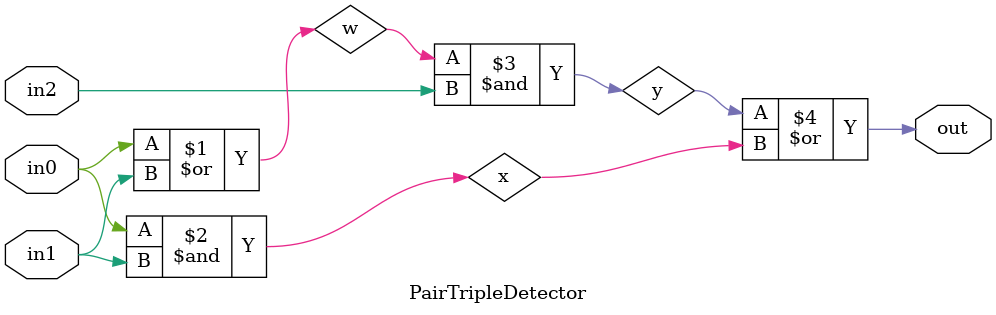
<source format=v>

module PairTripleDetector
(
  input  wire in0,
  input  wire in1,
  input  wire in2,
  output wire out
);

  // '''''''''''''''''''''''''''''''''''''''''''''''''''''''''''''''''''''
  // Discussion Section Task
  // '''''''''''''''''''''''''''''''''''''''''''''''''''''''''''''''''''''
  // Implement a pair/triple detector using explicit gate-level modeling.

wire w;
wire x;
wire y;

or(w, in0, in1);
and(x, in0, in1);
and(y, w, in2);
or(out, y, x);

endmodule

</source>
